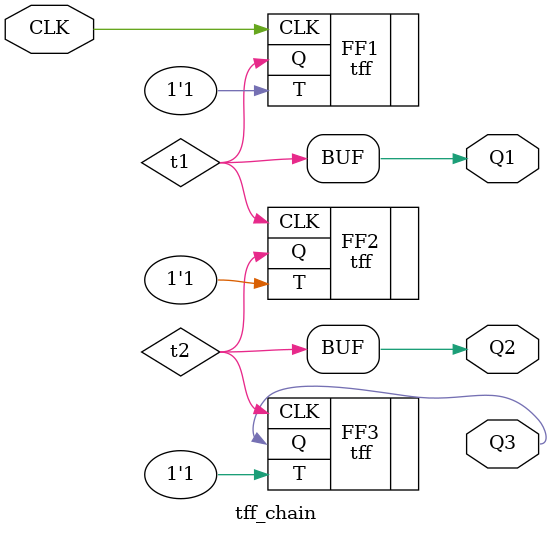
<source format=v>
module tff_chain (
    input CLK,
    output wire Q1,
    output wire Q2,
    output wire Q3
);
    wire t1, t2;

    tff FF1 (.CLK(CLK), .T(1'b1), .Q(t1));
    tff FF2 (.CLK(t1), .T(1'b1), .Q(t2));
    tff FF3 (.CLK(t2), .T(1'b1), .Q(Q3));

    assign Q1 = t1;
    assign Q2 = t2;

endmodule

</source>
